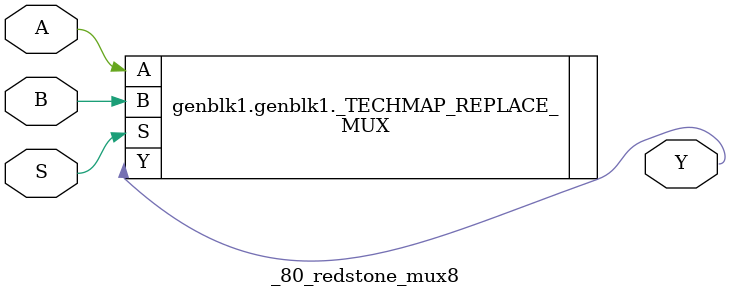
<source format=v>
(* techmap_celltype = "$add" *)
module _80_redstone_add8 (A, B, Y);
	parameter A_SIGNED = 0;
	parameter B_SIGNED = 0;
	parameter A_WIDTH = 1;
	parameter B_WIDTH = 1;
	parameter Y_WIDTH = 1;

	input [A_WIDTH-1:0] A;
	input [B_WIDTH-1:0] B;
	output [Y_WIDTH-1:0] Y;

	generate
		if (A_WIDTH == 8 && B_WIDTH == 8 && Y_WIDTH == 8) begin
			RS_ADD8 _TECHMAP_REPLACE_ (.A(A), .B(B), .Y(Y));
		end else begin
			wire _TECHMAP_FAIL_ = 1;
		end
	endgenerate
endmodule

(* techmap_celltype = "$sub" *)
module _80_redstone_sub8 (A, B, Y);
    parameter A_SIGNED = 0;
    parameter B_SIGNED = 0;
    parameter A_WIDTH = 1;
    parameter B_WIDTH = 1;
    parameter Y_WIDTH = 1;

    input [A_WIDTH-1:0] A;
    input [B_WIDTH-1:0] B;
    output [Y_WIDTH-1:0] Y;

    generate
        if (A_WIDTH == 8 && B_WIDTH == 8 && Y_WIDTH == 8) begin
            wire [7:0] not_b;
            wire [7:0] sum1;
            RS_NOT8 u_not (.A(B), .Y(not_b));
            RS_ADD8 u_add1 (.A(A), .B(not_b), .Y(sum1));
            RS_ADD8 u_add2 (.A(sum1), .B(8'd1), .Y(Y));
        end else begin
            wire _TECHMAP_FAIL_ = 1;
        end
    endgenerate
endmodule

(* techmap_celltype = "$shl" *)
module _80_redstone_shl8 (A, B, Y);
	parameter A_SIGNED = 0;
	parameter B_SIGNED = 0;
	parameter A_WIDTH = 1;
	parameter B_WIDTH = 1;
	parameter Y_WIDTH = 1;

	input [A_WIDTH-1:0] A;
	input [B_WIDTH-1:0] B;
	output [Y_WIDTH-1:0] Y;

	generate
		if (A_WIDTH == 8 && B_WIDTH == 8 && Y_WIDTH == 8) begin
			RS_SHL8 _TECHMAP_REPLACE_ (.A(A), .B(B), .Y(Y));
		end else begin
			wire _TECHMAP_FAIL_ = 1;
		end
	endgenerate
endmodule

(* techmap_celltype = "$dff" *)
module _80_redstone_dff8 (CLK, D, Q);
	parameter WIDTH = 1;
	parameter CLK_POLARITY = 1;

	input CLK;
	input [WIDTH-1:0] D;
	output [WIDTH-1:0] Q;

	generate
		if (WIDTH == 8 && CLK_POLARITY == 1) begin
			RS_DFF8 _TECHMAP_REPLACE_ (.C(CLK), .D(D), .Q(Q));
		end else begin
			wire _TECHMAP_FAIL_ = 1;
		end
	endgenerate
endmodule

(* techmap_celltype = "$dffe" *)
module _80_redstone_dffe8 (CLK, EN, D, Q);
	parameter WIDTH = 1;
	parameter CLK_POLARITY = 1;
	parameter EN_POLARITY = 1;

	input CLK, EN;
	input [WIDTH-1:0] D;
	output [WIDTH-1:0] Q;

	generate
		if (WIDTH == 8 && CLK_POLARITY == 1 && EN_POLARITY == 1) begin
            wire [7:0] next_d;
            assign next_d = EN ? D : Q;
			RS_DFF8 _TECHMAP_REPLACE_ (.C(CLK), .D(next_d), .Q(Q));
		end else begin
			wire _TECHMAP_FAIL_ = 1;
		end
	endgenerate
endmodule

(* techmap_celltype = "$and" *)
module _80_redstone_and8 (A, B, Y);
    parameter A_SIGNED = 0;
    parameter B_SIGNED = 0;
    parameter A_WIDTH = 1;
    parameter B_WIDTH = 1;
    parameter Y_WIDTH = 1;

    input [A_WIDTH-1:0] A;
    input [B_WIDTH-1:0] B;
    output [Y_WIDTH-1:0] Y;

    generate
        if (A_WIDTH == 8 && B_WIDTH == 8 && Y_WIDTH == 8) begin
            RS_AND8 _TECHMAP_REPLACE_ (.A(A), .B(B), .Y(Y));
        end else begin
            wire _TECHMAP_FAIL_ = 1;
        end
    endgenerate
endmodule

(* techmap_celltype = "$or" *)
module _80_redstone_or8 (A, B, Y);
    parameter A_SIGNED = 0;
    parameter B_SIGNED = 0;
    parameter A_WIDTH = 1;
    parameter B_WIDTH = 1;
    parameter Y_WIDTH = 1;

    input [A_WIDTH-1:0] A;
    input [B_WIDTH-1:0] B;
    output [Y_WIDTH-1:0] Y;

    generate
        if (A_WIDTH == 8 && B_WIDTH == 8 && Y_WIDTH == 8) begin
            RS_OR8 _TECHMAP_REPLACE_ (.A(A), .B(B), .Y(Y));
        end else begin
            wire _TECHMAP_FAIL_ = 1;
        end
    endgenerate
endmodule

(* techmap_celltype = "$xor" *)
module _80_redstone_xor8 (A, B, Y);
    parameter A_SIGNED = 0;
    parameter B_SIGNED = 0;
    parameter A_WIDTH = 1;
    parameter B_WIDTH = 1;
    parameter Y_WIDTH = 1;

    input [A_WIDTH-1:0] A;
    input [B_WIDTH-1:0] B;
    output [Y_WIDTH-1:0] Y;

    generate
        if (A_WIDTH == 8 && B_WIDTH == 8 && Y_WIDTH == 8) begin
            RS_XOR8 _TECHMAP_REPLACE_ (.A(A), .B(B), .Y(Y));
        end else begin
            wire _TECHMAP_FAIL_ = 1;
        end
    endgenerate
endmodule

(* techmap_celltype = "$not" *)
module _80_redstone_not8 (A, Y);
    parameter A_SIGNED = 0;
    parameter A_WIDTH = 1;
    parameter Y_WIDTH = 1;

    input [A_WIDTH-1:0] A;
    output [Y_WIDTH-1:0] Y;

    generate
        if (A_WIDTH == 8 && Y_WIDTH == 8) begin
            RS_NOT8 _TECHMAP_REPLACE_ (.A(A), .Y(Y));
        end else begin
            wire _TECHMAP_FAIL_ = 1;
        end
    endgenerate
endmodule

module RS_RAM8_BRAM (CLK0, CLK1, A0, A1, D0, D1, WE0, WE1);
	input CLK0, CLK1;
	input [7:0] A0, A1;
	output [7:0] D0;
	input [7:0] D1;
	input WE0; // Read port enable usually 1 bit or unused
	input [7:0] WE1; // Write port enable 8 bits

	// Assuming Single Port usage where Read and Write happen at same address
	// or we prioritize one.
	// For RS_RAM8, we map:
	// CLK -> CLK0 (Read Clock) - assuming same clock
	// ADDR -> A0 (Read Address) - assuming A0 == A1 if WE is high
	// DI -> D1 (Write Data)
	// DO -> D0 (Read Data)
	// WE -> WE1[0] (Write Enable - assuming all bits same)

	RS_RAM8 _TECHMAP_REPLACE_ (
		.CLK(CLK0),
		.ADDR(A0),
		.DI(D1),
		.DO(D0),
		.WE(WE1[0])
	);
endmodule

module RS_ROM8_BRAM (CLK0, A0, D0);
	input CLK0;
	input [7:0] A0;
	output [7:0] D0;

	RS_ROM8 _TECHMAP_REPLACE_ (
		.CLK(CLK0),
		.ADDR(A0),
		.DO(D0)
	);
endmodule

(* techmap_celltype = "$mux" *)
module _80_redstone_mux8 (A, B, S, Y);
    parameter WIDTH = 1;

    input [WIDTH-1:0] A, B;
    input S;
    output [WIDTH-1:0] Y;

    generate
        if (WIDTH == 8) begin
            RS_MUX8 _TECHMAP_REPLACE_ (.A(A), .B(B), .S(S), .Y(Y));
        end else if (WIDTH == 1) begin
            MUX _TECHMAP_REPLACE_ (.A(A), .B(B), .S(S), .Y(Y));
        end else begin
            wire _TECHMAP_FAIL_ = 1;
        end
    endgenerate
endmodule

</source>
